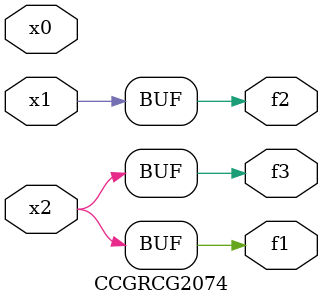
<source format=v>
module CCGRCG2074(
	input x0, x1, x2,
	output f1, f2, f3
);
	assign f1 = x2;
	assign f2 = x1;
	assign f3 = x2;
endmodule

</source>
